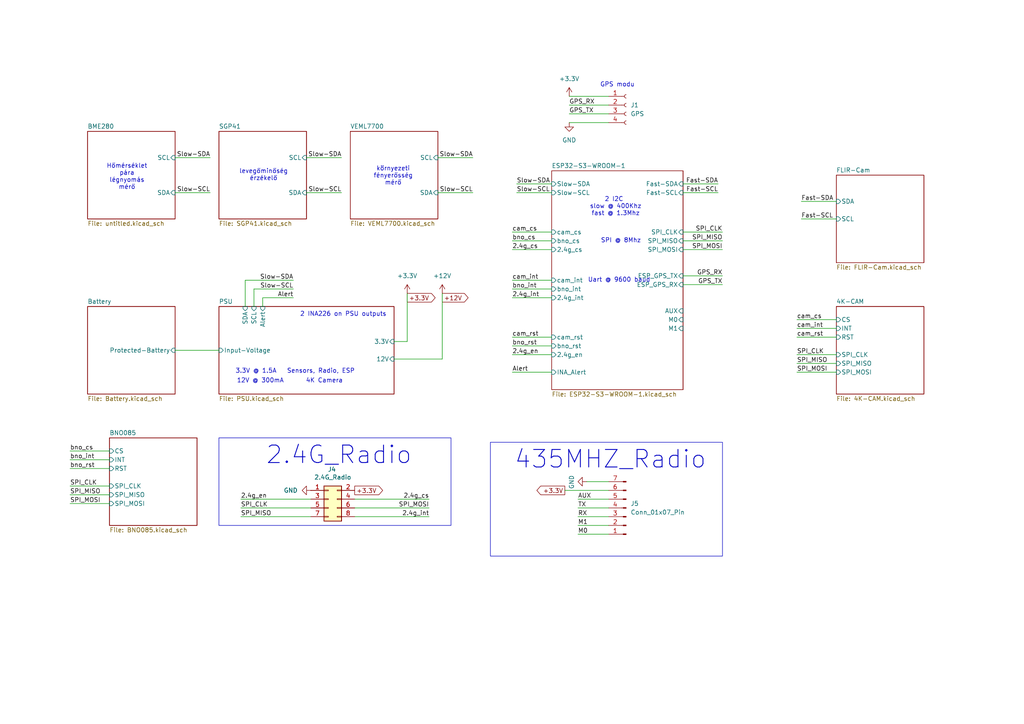
<source format=kicad_sch>
(kicad_sch (version 20250114) (generator "eeschema") (generator_version "9.0")
  (paper "A4")
  (title_block (title "CANSAT T.E.E.M.O KiCad Circuit") (date "2025-11-11") (rev "1.0"))
  (lib_symbols
    (symbol "Connector:Conn_01x04_Socket" (pin_names (offset 1.016) (hide yes))
      (property "Reference" "J" (at 0 5.08 0))
      (property "Value" "Conn_01x04_Socket" (at 0 -7.62 0))
      (symbol "Conn_01x04_Socket_1_1"
        (polyline (pts (xy -1.27 2.54) (xy -0.508 2.54)) (stroke (width 0.1524)))
        (polyline (pts (xy -1.27 0) (xy -0.508 0)) (stroke (width 0.1524)))
        (polyline (pts (xy -1.27 -2.54) (xy -0.508 -2.54)) (stroke (width 0.1524)))
        (polyline (pts (xy -1.27 -5.08) (xy -0.508 -5.08)) (stroke (width 0.1524)))
        (arc (start 0 2.032) (mid -0.5058 2.54) (end 0 3.048) (stroke (width 0.1524)))
        (arc (start 0 -0.508) (mid -0.5058 0) (end 0 0.508) (stroke (width 0.1524)))
        (arc (start 0 -3.048) (mid -0.5058 -2.54) (end 0 -2.032) (stroke (width 0.1524)))
        (arc (start 0 -5.588) (mid -0.5058 -5.08) (end 0 -4.572) (stroke (width 0.1524)))
        (pin passive line (at -5.08 2.54 0) (length 3.81) (name "Pin_1") (number "1"))
        (pin passive line (at -5.08 0 0) (length 3.81) (name "Pin_2") (number "2"))
        (pin passive line (at -5.08 -2.54 0) (length 3.81) (name "Pin_3") (number "3"))
        (pin passive line (at -5.08 -5.08 0) (length 3.81) (name "Pin_4") (number "4"))
      )
    )
    (symbol "Connector:Conn_01x07_Pin" (pin_names (offset 1.016) (hide yes))
      (property "Reference" "J" (at 0 10.16 0))
      (property "Value" "Conn_01x07_Pin" (at 0 -10.16 0))
      (symbol "Conn_01x07_Pin_1_1"
        (rectangle (start 0.8636 7.747) (end 0 7.493) (stroke (width 0.1524)) (fill (type outline)))
        (rectangle (start 0.8636 5.207) (end 0 4.953) (stroke (width 0.1524)) (fill (type outline)))
        (rectangle (start 0.8636 2.667) (end 0 2.413) (stroke (width 0.1524)) (fill (type outline)))
        (rectangle (start 0.8636 0.127) (end 0 -0.127) (stroke (width 0.1524)) (fill (type outline)))
        (rectangle (start 0.8636 -2.413) (end 0 -2.667) (stroke (width 0.1524)) (fill (type outline)))
        (rectangle (start 0.8636 -4.953) (end 0 -5.207) (stroke (width 0.1524)) (fill (type outline)))
        (rectangle (start 0.8636 -7.493) (end 0 -7.747) (stroke (width 0.1524)) (fill (type outline)))
        (polyline (pts (xy 1.27 7.62) (xy 0.8636 7.62)) (stroke (width 0.1524)))
        (polyline (pts (xy 1.27 5.08) (xy 0.8636 5.08)) (stroke (width 0.1524)))
        (polyline (pts (xy 1.27 2.54) (xy 0.8636 2.54)) (stroke (width 0.1524)))
        (polyline (pts (xy 1.27 0) (xy 0.8636 0)) (stroke (width 0.1524)))
        (polyline (pts (xy 1.27 -2.54) (xy 0.8636 -2.54)) (stroke (width 0.1524)))
        (polyline (pts (xy 1.27 -5.08) (xy 0.8636 -5.08)) (stroke (width 0.1524)))
        (polyline (pts (xy 1.27 -7.62) (xy 0.8636 -7.62)) (stroke (width 0.1524)))
        (pin passive line (at 5.08 7.62 180) (length 3.81) (name "Pin_1") (number "1"))
        (pin passive line (at 5.08 5.08 180) (length 3.81) (name "Pin_2") (number "2"))
        (pin passive line (at 5.08 2.54 180) (length 3.81) (name "Pin_3") (number "3"))
        (pin passive line (at 5.08 0 180) (length 3.81) (name "Pin_4") (number "4"))
        (pin passive line (at 5.08 -2.54 180) (length 3.81) (name "Pin_5") (number "5"))
        (pin passive line (at 5.08 -5.08 180) (length 3.81) (name "Pin_6") (number "6"))
        (pin passive line (at 5.08 -7.62 180) (length 3.81) (name "Pin_7") (number "7"))
      )
    )
    (symbol "Connector_Generic:Conn_02x04_Odd_Even" (pin_names (offset 1.016) (hide yes))
      (property "Reference" "J" (at 1.27 5.08 0))
      (property "Value" "Conn_02x04_Odd_Even" (at 1.27 -7.62 0))
      (symbol "Conn_02x04_Odd_Even_1_1"
        (rectangle (start -1.27 3.81) (end 3.81 -6.35) (stroke (width 0.254)) (fill (type background)))
        (rectangle (start -1.27 2.667) (end 0 2.413) (stroke (width 0.1524)))
        (rectangle (start -1.27 0.127) (end 0 -0.127) (stroke (width 0.1524)))
        (rectangle (start -1.27 -2.413) (end 0 -2.667) (stroke (width 0.1524)))
        (rectangle (start -1.27 -4.953) (end 0 -5.207) (stroke (width 0.1524)))
        (rectangle (start 3.81 2.667) (end 2.54 2.413) (stroke (width 0.1524)))
        (rectangle (start 3.81 0.127) (end 2.54 -0.127) (stroke (width 0.1524)))
        (rectangle (start 3.81 -2.413) (end 2.54 -2.667) (stroke (width 0.1524)))
        (rectangle (start 3.81 -4.953) (end 2.54 -5.207) (stroke (width 0.1524)))
        (pin passive line (at -5.08 2.54 0) (length 3.81) (name "Pin_1") (number "1"))
        (pin passive line (at -5.08 0 0) (length 3.81) (name "Pin_3") (number "3"))
        (pin passive line (at -5.08 -2.54 0) (length 3.81) (name "Pin_5") (number "5"))
        (pin passive line (at -5.08 -5.08 0) (length 3.81) (name "Pin_7") (number "7"))
        (pin passive line (at 7.62 2.54 180) (length 3.81) (name "Pin_2") (number "2"))
        (pin passive line (at 7.62 0 180) (length 3.81) (name "Pin_4") (number "4"))
        (pin passive line (at 7.62 -2.54 180) (length 3.81) (name "Pin_6") (number "6"))
        (pin passive line (at 7.62 -5.08 180) (length 3.81) (name "Pin_8") (number "8"))
      )
    )
    (symbol "power:+12V" (power) (pin_numbers (hide yes)) (pin_names (offset 0) (hide yes))
      (property "Value" "+12V" (at 0 3.556 0))
      (symbol "+12V_0_1"
        (polyline (pts (xy -0.762 1.27) (xy 0 2.54)))
        (polyline (pts (xy 0 2.54) (xy 0.762 1.27)))
        (polyline (pts (xy 0 0) (xy 0 2.54)))
      )
      (symbol "+12V_1_1"
        (pin power_in line (at 0 0 90) (length 0) (name "~") (number "1"))
      )
    )
    (symbol "power:+3.3V" (power) (pin_numbers (hide yes)) (pin_names (offset 0) (hide yes))
      (property "Value" "+3.3V" (at 0 3.556 0))
      (symbol "+3.3V_0_1"
        (polyline (pts (xy -0.762 1.27) (xy 0 2.54)))
        (polyline (pts (xy 0 2.54) (xy 0.762 1.27)))
        (polyline (pts (xy 0 0) (xy 0 2.54)))
      )
      (symbol "+3.3V_1_1"
        (pin power_in line (at 0 0 90) (length 0) (name "~") (number "1"))
      )
    )
    (symbol "power:GND" (power) (pin_numbers (hide yes)) (pin_names (offset 0) (hide yes))
      (property "Value" "GND" (at 0 -3.81 0))
      (symbol "GND_0_1"
        (polyline (pts (xy 0 0) (xy 0 -1.27) (xy 1.27 -1.27) (xy 0 -2.54) (xy -1.27 -1.27) (xy 0 -1.27)))
      )
      (symbol "GND_1_1"
        (pin power_in line (at 0 0 270) (length 0) (name "~") (number "1"))
      )
    )
  )
  (rectangle (start 142.24 128.27) (end 209.55 161.29))
  (rectangle (start 63.5 127) (end 130.81 152.4))
  (text "12V @ 300mA		4K Camera" (at 84.074 110.49 0) (effects (font (size 1.27 1.27))))
  (text "SPI @ 8Mhz" (at 180.086 69.85 0) (effects (font (size 1.27 1.27))))
  (text "környezeti\nfényerősség\nmérő" (at 114.046 51.054 0) (effects (font (size 1.27 1.27))))
  (text "2 INA226 on PSU outputs\n" (at 99.568 91.186 0) (effects (font (size 1.27 1.27))))
  (text "levegőminőség\nérzékelő" (at 76.454 50.8 0) (effects (font (size 1.27 1.27))))
  (text "435MHZ_Radio\n" (at 177.038 133.35 0) (effects (font (size 5.08 5.08) (thickness 0.254) (bold yes))))
  (text "2 I2C \nslow @ 400Khz\nfast @ 1.3Mhz" (at 178.562 59.944 0) (effects (font (size 1.27 1.27))))
  (text "GPS modu" (at 179.07 24.638 0) (effects (font (size 1.27 1.27))))
  (text "Uart @ 9600 baud" (at 179.578 81.28 0) (effects (font (size 1.27 1.27))))
  (text "2.4G_Radio\n" (at 98.298 132.08 0) (effects (font (size 5.08 5.08) (thickness 0.254) (bold yes))))
  (text "Hőmérséklet\npára\nlégnyomás\nmérő" (at 36.83 51.308 0) (effects (font (size 1.27 1.27))))
  (text "3.3V @ 1.5A	Sensors, Radio, ESP" (at 85.598 107.696 0) (effects (font (size 1.27 1.27))))
  (wire (pts (xy 167.64 154.94) (xy 176.53 154.94)))
  (wire (pts (xy 124.46 149.86) (xy 102.87 149.86)))
  (wire (pts (xy 73.66 83.82) (xy 73.66 88.9)))
  (wire (pts (xy 165.1 27.94) (xy 176.53 27.94)))
  (wire (pts (xy 124.46 147.32) (xy 102.87 147.32)))
  (wire (pts (xy 88.9 55.88) (xy 99.06 55.88)))
  (wire (pts (xy 128.27 104.14) (xy 128.27 85.09)))
  (wire (pts (xy 198.12 55.88) (xy 208.28 55.88)))
  (wire (pts (xy 148.59 97.79) (xy 160.02 97.79)))
  (wire (pts (xy 88.9 45.72) (xy 99.06 45.72)))
  (wire (pts (xy 148.59 72.39) (xy 160.02 72.39)))
  (wire (pts (xy 85.09 81.28) (xy 71.12 81.28)))
  (wire (pts (xy 209.55 80.01) (xy 198.12 80.01)))
  (wire (pts (xy 20.32 140.97) (xy 31.75 140.97)))
  (wire (pts (xy 69.85 144.78) (xy 90.17 144.78)))
  (wire (pts (xy 160.02 53.34) (xy 149.86 53.34)))
  (wire (pts (xy 85.09 86.36) (xy 76.2 86.36)))
  (wire (pts (xy 167.64 152.4) (xy 176.53 152.4)))
  (wire (pts (xy 127 55.88) (xy 137.16 55.88)))
  (wire (pts (xy 231.14 97.79) (xy 242.57 97.79)))
  (wire (pts (xy 69.85 149.86) (xy 90.17 149.86)))
  (wire (pts (xy 50.8 101.6) (xy 63.5 101.6)))
  (wire (pts (xy 148.59 107.95) (xy 160.02 107.95)))
  (wire (pts (xy 127 45.72) (xy 137.16 45.72)))
  (wire (pts (xy 209.55 82.55) (xy 198.12 82.55)))
  (wire (pts (xy 124.46 144.78) (xy 102.87 144.78)))
  (wire (pts (xy 231.14 95.25) (xy 242.57 95.25)))
  (wire (pts (xy 167.64 149.86) (xy 176.53 149.86)))
  (wire (pts (xy 148.59 86.36) (xy 160.02 86.36)))
  (wire (pts (xy 231.14 102.87) (xy 242.57 102.87)))
  (wire (pts (xy 85.09 83.82) (xy 73.66 83.82)))
  (wire (pts (xy 170.18 139.7) (xy 176.53 139.7)))
  (wire (pts (xy 165.1 30.48) (xy 176.53 30.48)))
  (wire (pts (xy 118.11 85.09) (xy 118.11 99.06)))
  (wire (pts (xy 231.14 107.95) (xy 242.57 107.95)))
  (wire (pts (xy 20.32 146.05) (xy 31.75 146.05)))
  (wire (pts (xy 231.14 105.41) (xy 242.57 105.41)))
  (wire (pts (xy 167.64 147.32) (xy 176.53 147.32)))
  (wire (pts (xy 242.57 58.42) (xy 232.41 58.42)))
  (wire (pts (xy 209.55 72.39) (xy 198.12 72.39)))
  (wire (pts (xy 114.3 104.14) (xy 128.27 104.14)))
  (wire (pts (xy 118.11 99.06) (xy 114.3 99.06)))
  (wire (pts (xy 71.12 81.28) (xy 71.12 88.9)))
  (wire (pts (xy 148.59 67.31) (xy 160.02 67.31)))
  (wire (pts (xy 69.85 147.32) (xy 90.17 147.32)))
  (wire (pts (xy 50.8 55.88) (xy 60.96 55.88)))
  (wire (pts (xy 167.64 144.78) (xy 176.53 144.78)))
  (wire (pts (xy 209.55 67.31) (xy 198.12 67.31)))
  (wire (pts (xy 148.59 100.33) (xy 160.02 100.33)))
  (wire (pts (xy 20.32 135.89) (xy 31.75 135.89)))
  (wire (pts (xy 76.2 86.36) (xy 76.2 88.9)))
  (wire (pts (xy 148.59 69.85) (xy 160.02 69.85)))
  (wire (pts (xy 198.12 53.34) (xy 208.28 53.34)))
  (wire (pts (xy 209.55 69.85) (xy 198.12 69.85)))
  (wire (pts (xy 160.02 55.88) (xy 149.86 55.88)))
  (wire (pts (xy 231.14 92.71) (xy 242.57 92.71)))
  (wire (pts (xy 163.83 142.24) (xy 176.53 142.24)))
  (wire (pts (xy 148.59 83.82) (xy 160.02 83.82)))
  (wire (pts (xy 242.57 63.5) (xy 232.41 63.5)))
  (wire (pts (xy 148.59 102.87) (xy 160.02 102.87)))
  (wire (pts (xy 50.8 45.72) (xy 60.96 45.72)))
  (wire (pts (xy 20.32 130.81) (xy 31.75 130.81)))
  (wire (pts (xy 165.1 35.56) (xy 176.53 35.56)))
  (wire (pts (xy 148.59 81.28) (xy 160.02 81.28)))
  (wire (pts (xy 165.1 33.02) (xy 176.53 33.02)))
  (wire (pts (xy 20.32 143.51) (xy 31.75 143.51)))
  (wire (pts (xy 20.32 133.35) (xy 31.75 133.35)))
  (label "Slow-SCL" (at 85.09 83.82 180))
  (label "Fast-SCL" (at 232.41 63.5 0))
  (label "SPI_MOSI" (at 124.46 147.32 180))
  (label "bno_rst" (at 20.32 135.89 0))
  (label "bno_rst" (at 148.59 100.33 0))
  (label "2.4g_cs" (at 124.46 144.78 180))
  (label "Alert" (at 148.59 107.95 0))
  (label "SPI_CLK" (at 209.55 67.31 180))
  (label "2.4g_en" (at 69.85 144.78 0))
  (label "cam_int" (at 148.59 81.28 0))
  (label "Slow-SDA" (at 149.86 53.34 0))
  (label "Fast-SDA" (at 232.41 58.42 0))
  (label "Fast-SDA" (at 208.28 53.34 180))
  (label "SPI_MISO" (at 20.32 143.51 0))
  (label "cam_rst" (at 148.59 97.79 0))
  (label "Slow-SCL" (at 149.86 55.88 0))
  (label "SPI_MOSI" (at 231.14 107.95 0))
  (label "Slow-SDA" (at 85.09 81.28 180))
  (label "Alert" (at 85.09 86.36 180))
  (label "SPI_MISO" (at 69.85 149.86 0))
  (label "bno_cs" (at 148.59 69.85 0))
  (label "TX" (at 167.64 147.32 0))
  (label "SPI_CLK" (at 69.85 147.32 0))
  (label "RX" (at 167.64 149.86 0))
  (label "Slow-SDA" (at 99.06 45.72 180))
  (label "bno_cs" (at 20.32 130.81 0))
  (label "bno_int" (at 20.32 133.35 0))
  (label "GPS_TX" (at 209.55 82.55 180))
  (label "Slow-SDA" (at 137.16 45.72 180))
  (label "2.4g_cs" (at 148.59 72.39 0))
  (label "bno_int" (at 148.59 83.82 0))
  (label "SPI_MOSI" (at 20.32 146.05 0))
  (label "cam_cs" (at 231.14 92.71 0))
  (label "M0" (at 167.64 154.94 0))
  (label "Slow-SCL" (at 60.96 55.88 180))
  (label "cam_rst" (at 231.14 97.79 0))
  (label "2.4g_int" (at 124.46 149.86 180))
  (label "SPI_MISO" (at 231.14 105.41 0))
  (label "2.4g_en" (at 148.59 102.87 0))
  (label "cam_int" (at 231.14 95.25 0))
  (label "SPI_MOSI" (at 209.55 72.39 180))
  (label "GPS_TX" (at 165.1 33.02 0))
  (label "Slow-SDA" (at 60.96 45.72 180))
  (label "Slow-SCL" (at 137.16 55.88 180))
  (label "2.4g_int" (at 148.59 86.36 0))
  (label "Fast-SCL" (at 208.28 55.88 180))
  (label "cam_cs" (at 148.59 67.31 0))
  (label "SPI_MISO" (at 209.55 69.85 180))
  (label "GPS_RX" (at 165.1 30.48 0))
  (label "M1" (at 167.64 152.4 0))
  (label "SPI_CLK" (at 20.32 140.97 0))
  (label "SPI_CLK" (at 231.14 102.87 0))
  (label "GPS_RX" (at 209.55 80.01 180))
  (label "Slow-SCL" (at 99.06 55.88 180))
  (label "AUX" (at 167.64 144.78 0))
  (global_label "+12V" (shape output) (at 128.27 86.36 0) (property "Intersheetrefs" "${INTERSHEET_REFS}" (effects (hide yes))))
  (global_label "+3.3V" (shape output) (at 163.83 142.24 180) (property "Intersheetrefs" "${INTERSHEET_REFS}" (effects (hide yes))))
  (global_label "+3.3V" (shape output) (at 102.87 142.24 0) (property "Intersheetrefs" "${INTERSHEET_REFS}" (effects (hide yes))))
  (global_label "+3.3V" (shape output) (at 118.11 86.36 0) (property "Intersheetrefs" "${INTERSHEET_REFS}" (effects (hide yes))))
  (symbol (lib_id "Connector_Generic:Conn_02x04_Odd_Even") (at 95.25 144.78 0) (unit 1)
    (property "Reference" "J4" (at 96.266 136.144 0))
    (property "Value" "2.4G_Radio" (at 96.52 138.43 0))
    (property "Footprint" "Connector_PinHeader_2.54mm:PinHeader_2x04_P2.54mm_Vertical" (effects (hide yes)))
    (property "Description" "Generic connector, double row, 02x04, odd/even pin numbering scheme (row 1 odd numbers, row 2 even numbers), script generated (kicad-library-utils/schlib/autogen/connector/)" (effects (hide yes)))
  )
  (symbol (lib_id "power:+12V") (at 128.27 85.09 0) (unit 1)
    (property "Reference" "#PWR01" (effects (hide yes)))
    (property "Value" "+12V" (at 128.27 80.01 0))
    (property "Description" "Power symbol creates a global label with name \"+12V\"" (effects (hide yes)))
  )
  (symbol (lib_id "power:GND") (at 90.17 142.24 270) (unit 1)
    (property "Reference" "#PWR030" (effects (hide yes)))
    (property "Value" "GND" (at 86.36 142.2399 90) (effects (justify right)))
    (property "Description" "Power symbol creates a global label with name \"GND\" , ground" (effects (hide yes)))
  )
  (symbol (lib_id "power:+3.3V") (at 165.1 27.94 0) (unit 1)
    (property "Reference" "#PWR03" (effects (hide yes)))
    (property "Value" "+3.3V" (at 165.1 22.86 0))
    (property "Description" "Power symbol creates a global label with name \"+3.3V\"" (effects (hide yes)))
  )
  (symbol (lib_id "power:+3.3V") (at 118.11 85.09 0) (unit 1)
    (property "Reference" "#PWR02" (effects (hide yes)))
    (property "Value" "+3.3V" (at 118.11 80.01 0))
    (property "Description" "Power symbol creates a global label with name \"+3.3V\"" (effects (hide yes)))
  )
  (symbol (lib_id "power:GND") (at 165.1 35.56 0) (unit 1)
    (property "Reference" "#PWR04" (effects (hide yes)))
    (property "Value" "GND" (at 165.1 40.64 0))
    (property "Description" "Power symbol creates a global label with name \"GND\" , ground" (effects (hide yes)))
  )
  (symbol (lib_id "power:GND") (at 170.18 139.7 270) (unit 1)
    (property "Reference" "#PWR031" (effects (hide yes)))
    (property "Value" "GND" (at 165.7858 139.827 0))
    (property "Description" "Power symbol creates a global label with name \"GND\" , ground" (effects (hide yes)))
  )
  (symbol (lib_id "Connector:Conn_01x04_Socket") (at 181.61 30.48 0) (unit 1)
    (property "Reference" "J1" (at 182.88 30.4799 0) (effects (justify left)))
    (property "Value" "GPS" (at 182.88 33.0199 0) (effects (justify left)))
    (property "Footprint" "Connector_JST:JST_PH_B4B-PH-K_1x04_P2.00mm_Vertical" (effects (hide yes)))
    (property "Description" "Generic connector, single row, 01x04, script generated" (effects (hide yes)))
  )
  (symbol (lib_id "Connector:Conn_01x07_Pin") (at 181.61 147.32 180) (unit 1)
    (property "Reference" "J5" (at 182.88 146.0499 0) (effects (justify right)))
    (property "Value" "Conn_01x07_Pin" (at 182.88 148.5899 0) (effects (justify right)))
    (property "Footprint" "Connector_PinHeader_2.54mm:PinHeader_1x07_P2.54mm_Vertical" (effects (hide yes)))
    (property "Description" "Generic connector, single row, 01x07, script generated" (effects (hide yes)))
  )
  (sheet (at 25.4 88.9) (size 25.4 25.4) (stroke (width 0.1524))
    (property "Sheetname" "Battery" (at 25.4 88.1884 0) (effects (justify left bottom)))
    (property "Sheetfile" "Battery.kicad_sch" (at 25.4 114.8846 0) (effects (justify left top)))
    (pin "Protected-Battery" input (at 50.8 101.6 0))
  )
  (sheet (at 31.75 127) (size 25.4 25.4) (stroke (width 0.1524))
    (property "Sheetname" "BNO085" (at 31.75 126.2884 0) (effects (justify left bottom)))
    (property "Sheetfile" "BNO085.kicad_sch" (at 31.75 152.9846 0) (effects (justify left top)))
    (pin "CS" input (at 31.75 130.81 180))
    (pin "INT" input (at 31.75 133.35 180))
    (pin "RST" input (at 31.75 135.89 180))
    (pin "SPI_CLK" input (at 31.75 140.97 180))
    (pin "SPI_MISO" input (at 31.75 143.51 180))
    (pin "SPI_MOSI" input (at 31.75 146.05 180))
  )
  (sheet (at 63.5 88.9) (size 50.8 25.4) (stroke (width 0.1524))
    (property "Sheetname" "PSU" (at 63.5 88.1884 0) (effects (justify left bottom)))
    (property "Sheetfile" "PSU.kicad_sch" (at 63.5 114.8846 0) (effects (justify left top)))
    (pin "Input-Voltage" input (at 63.5 101.6 180))
    (pin "3.3V" input (at 114.3 99.06 0))
    (pin "12V" input (at 114.3 104.14 0))
    (pin "SCL" input (at 73.66 88.9 90))
    (pin "SDA" input (at 71.12 88.9 90))
    (pin "Alert" input (at 76.2 88.9 90))
  )
  (sheet (at 242.57 50.8) (size 25.4 25.4) (stroke (width 0.1524))
    (property "Sheetname" "FLIR-Cam" (at 242.57 50.0884 0) (effects (justify left bottom)))
    (property "Sheetfile" "FLIR-Cam.kicad_sch" (at 242.57 76.7846 0) (effects (justify left top)))
    (pin "SCL" input (at 242.57 63.5 180))
    (pin "SDA" input (at 242.57 58.42 180))
  )
  (sheet (at 101.6 38.1) (size 25.4 25.4) (stroke (width 0.1524))
    (property "Sheetname" "VEML7700" (at 101.6 37.3884 0) (effects (justify left bottom)))
    (property "Sheetfile" "VEML7700.kicad_sch" (at 101.6 64.0846 0) (effects (justify left top)))
    (pin "SCL" input (at 127 45.72 0))
    (pin "SDA" input (at 127 55.88 0))
  )
  (sheet (at 63.5 38.1) (size 25.4 25.4) (stroke (width 0.1524))
    (property "Sheetname" "SGP41" (at 63.5 37.3884 0) (effects (justify left bottom)))
    (property "Sheetfile" "SGP41.kicad_sch" (at 63.5 64.0846 0) (effects (justify left top)))
    (pin "SCL" input (at 88.9 45.72 0))
    (pin "SDA" input (at 88.9 55.88 0))
  )
  (sheet (at 160.02 49.53) (size 38.1 63.5) (stroke (width 0.1524))
    (property "Sheetname" "ESP32-S3-WROOM-1" (at 160.02 48.8184 0) (effects (justify left bottom)))
    (property "Sheetfile" "ESP32-S3-WROOM-1.kicad_sch" (at 160.02 113.6146 0) (effects (justify left top)))
    (pin "2.4g_cs" input (at 160.02 72.39 180))
    (pin "2.4g_en" input (at 160.02 102.87 180))
    (pin "2.4g_int" input (at 160.02 86.36 180))
    (pin "bno_cs" input (at 160.02 69.85 180))
    (pin "bno_int" input (at 160.02 83.82 180))
    (pin "bno_rst" input (at 160.02 100.33 180))
    (pin "cam_cs" input (at 160.02 67.31 180))
    (pin "cam_int" input (at 160.02 81.28 180))
    (pin "cam_rst" input (at 160.02 97.79 180))
    (pin "Fast-SCL" input (at 198.12 55.88 0))
    (pin "Fast-SDA" input (at 198.12 53.34 0))
    (pin "Slow-SCL" input (at 160.02 55.88 180))
    (pin "Slow-SDA" input (at 160.02 53.34 180))
    (pin "SPI_CLK" input (at 198.12 67.31 0))
    (pin "SPI_MISO" input (at 198.12 69.85 0))
    (pin "SPI_MOSI" input (at 198.12 72.39 0))
    (pin "INA_Alert" input (at 160.02 107.95 180))
    (pin "AUX" input (at 198.12 90.17 0))
    (pin "ESP_GPS_RX" input (at 198.12 82.55 0))
    (pin "ESP_GPS_TX" input (at 198.12 80.01 0))
    (pin "M0" input (at 198.12 92.71 0))
    (pin "M1" input (at 198.12 95.25 0))
  )
  (sheet (at 242.57 88.9) (size 25.4 25.4) (stroke (width 0.1524))
    (property "Sheetname" "4K-CAM" (at 242.57 88.1884 0) (effects (justify left bottom)))
    (property "Sheetfile" "4K-CAM.kicad_sch" (at 242.57 114.8846 0) (effects (justify left top)))
    (pin "CS" input (at 242.57 92.71 180))
    (pin "INT" input (at 242.57 95.25 180))
    (pin "RST" input (at 242.57 97.79 180))
    (pin "SPI_CLK" input (at 242.57 102.87 180))
    (pin "SPI_MISO" input (at 242.57 105.41 180))
    (pin "SPI_MOSI" input (at 242.57 107.95 180))
  )
  (sheet (at 25.4 38.1) (size 25.4 25.4) (stroke (width 0.1524))
    (property "Sheetname" "BME280" (at 25.4 37.3884 0) (effects (justify left bottom)))
    (property "Sheetfile" "untitled.kicad_sch" (at 25.4 64.0846 0) (effects (justify left top)))
    (pin "SCL" input (at 50.8 45.72 0))
    (pin "SDA" input (at 50.8 55.88 0))
  )
)
</source>
